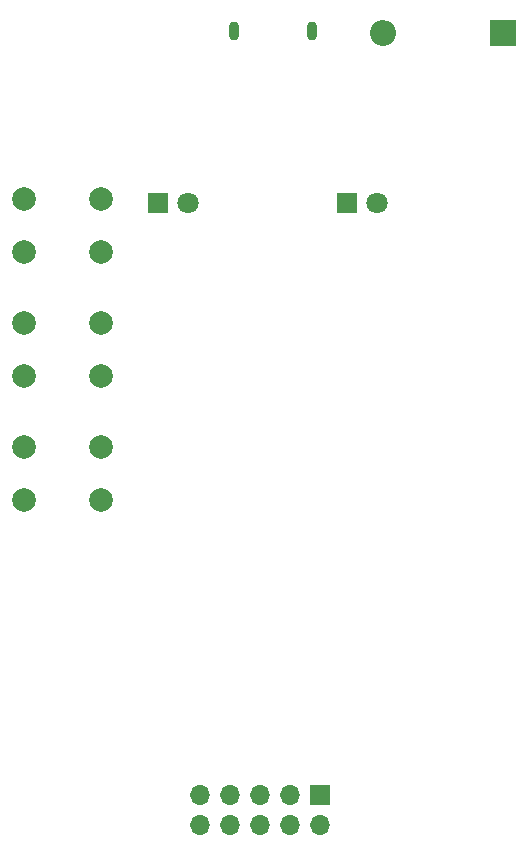
<source format=gbr>
%TF.GenerationSoftware,KiCad,Pcbnew,9.0.0*%
%TF.CreationDate,2025-03-28T11:35:54-04:00*%
%TF.ProjectId,Compute Node,436f6d70-7574-4652-904e-6f64652e6b69,rev?*%
%TF.SameCoordinates,Original*%
%TF.FileFunction,Soldermask,Bot*%
%TF.FilePolarity,Negative*%
%FSLAX46Y46*%
G04 Gerber Fmt 4.6, Leading zero omitted, Abs format (unit mm)*
G04 Created by KiCad (PCBNEW 9.0.0) date 2025-03-28 11:35:54*
%MOMM*%
%LPD*%
G01*
G04 APERTURE LIST*
%ADD10R,1.700000X1.700000*%
%ADD11O,1.700000X1.700000*%
%ADD12C,2.000000*%
%ADD13O,0.900000X1.600000*%
%ADD14R,2.200000X2.200000*%
%ADD15O,2.200000X2.200000*%
%ADD16R,1.800000X1.800000*%
%ADD17C,1.800000*%
G04 APERTURE END LIST*
D10*
%TO.C,J3*%
X63540000Y-81960000D03*
D11*
X63540000Y-84500000D03*
X61000000Y-81960000D03*
X61000000Y-84500000D03*
X58460000Y-81960000D03*
X58460000Y-84500000D03*
X55920000Y-81960000D03*
X55920000Y-84500000D03*
X53380000Y-81960000D03*
X53380000Y-84500000D03*
%TD*%
D12*
%TO.C,SW2*%
X38500000Y-42000000D03*
X45000000Y-42000000D03*
X38500000Y-46500000D03*
X45000000Y-46500000D03*
%TD*%
D13*
%TO.C,J2*%
X62850000Y-17350000D03*
X56250000Y-17350000D03*
%TD*%
D12*
%TO.C,SW1*%
X38500000Y-31500000D03*
X45000000Y-31500000D03*
X38500000Y-36000000D03*
X45000000Y-36000000D03*
%TD*%
D14*
%TO.C,D2*%
X79000000Y-17500000D03*
D15*
X68840000Y-17500000D03*
%TD*%
D12*
%TO.C,SW3*%
X38500000Y-52500000D03*
X45000000Y-52500000D03*
X38500000Y-57000000D03*
X45000000Y-57000000D03*
%TD*%
D16*
%TO.C,D3*%
X49810000Y-31850000D03*
D17*
X52350000Y-31850000D03*
%TD*%
D16*
%TO.C,D1*%
X65810000Y-31850000D03*
D17*
X68350000Y-31850000D03*
%TD*%
M02*

</source>
